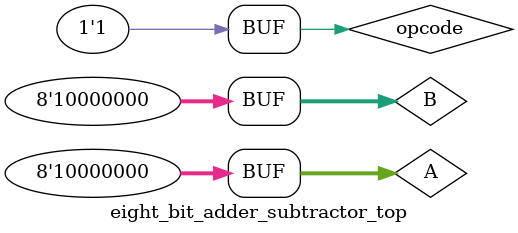
<source format=v>
module eight_bit_adder_subtractor_top;

    // Inputs
    reg [7:0] A;
    reg [7:0] B;
    reg opcode;

    // Outputs
    wire [7:0] sum;
    wire carry;
    wire overflow;

    // Instantiation of the 8-bit adder module
    eight_bit_adder_subtractor FULL_ADD_SUBT (A, B, opcode, sum, carry, overflow);

    // Displaying the output
    always @(A or B or opcode or sum or carry or overflow) begin
        // $display("<%d>: Input_A = %d, Input_B = %d, Input_opcode = %b, Sum = %d, Carry = %b, Overflow = %b",$time,$signed(A),$signed(B),opcode,$signed(sum),carry,overflow);
        $display("<%d>: Input_A = %b, Input_B = %b, Input_opcode = %b, Sum = %b, Carry = %b, Overflow = %b",$time,A,B,opcode,sum,carry,overflow);
    end
        

    // Initialising the inputs
    initial begin
        // + + +
        A = 115; B = 30; opcode = 0;
        #1
        $display("\n");
        // + + -
        A = 115; B = 30; opcode = 1;
        #1
        $display("\n");
        // + - +
        A = 68; B = -93; opcode = 0;
        #1
        $display("\n");
        // + - -
        A = 68; B = -93; opcode = 1;
        #1
        $display("\n");
        // - + +
        A = -57; B = 79; opcode = 0;
        #1
        $display("\n");
        // - + + = 0
        A = -127; B = 127; opcode = 0;
        #1
        $display("\n");
        // - + -
        A = -57; B = 79; opcode = 1;
        #1
        $display("\n");
        // - - +
        A = -88; B = -98; opcode = 0;
        #1
        $display("\n");
        // - - -
        A = -88; B = -98; opcode = 1;
        #1
        $display("\n");
        // - - - = 0
        A = -128; B = -128; opcode = 1;
        #1
        $display("\n");
    end

endmodule
</source>
